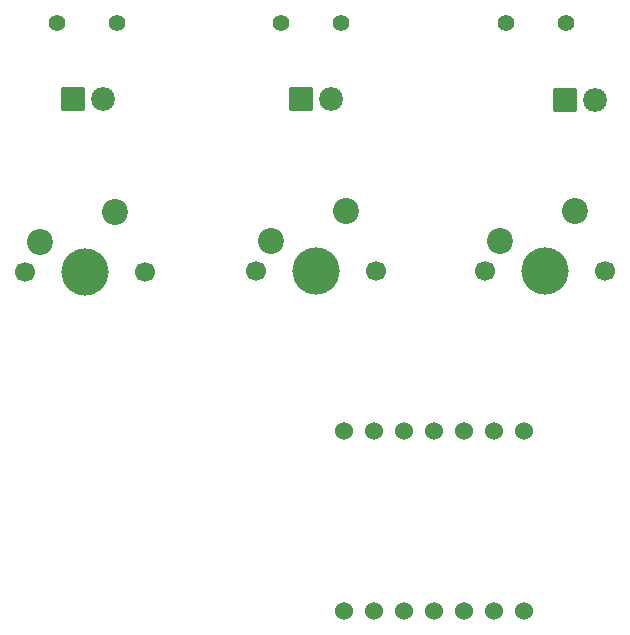
<source format=gbr>
%TF.GenerationSoftware,KiCad,Pcbnew,9.0.5*%
%TF.CreationDate,2025-11-21T19:42:06+02:00*%
%TF.ProjectId,ProtoSwitch,50726f74-6f53-4776-9974-63682e6b6963,rev?*%
%TF.SameCoordinates,Original*%
%TF.FileFunction,Soldermask,Bot*%
%TF.FilePolarity,Negative*%
%FSLAX46Y46*%
G04 Gerber Fmt 4.6, Leading zero omitted, Abs format (unit mm)*
G04 Created by KiCad (PCBNEW 9.0.5) date 2025-11-21 19:42:06*
%MOMM*%
%LPD*%
G01*
G04 APERTURE LIST*
G04 Aperture macros list*
%AMRoundRect*
0 Rectangle with rounded corners*
0 $1 Rounding radius*
0 $2 $3 $4 $5 $6 $7 $8 $9 X,Y pos of 4 corners*
0 Add a 4 corners polygon primitive as box body*
4,1,4,$2,$3,$4,$5,$6,$7,$8,$9,$2,$3,0*
0 Add four circle primitives for the rounded corners*
1,1,$1+$1,$2,$3*
1,1,$1+$1,$4,$5*
1,1,$1+$1,$6,$7*
1,1,$1+$1,$8,$9*
0 Add four rect primitives between the rounded corners*
20,1,$1+$1,$2,$3,$4,$5,0*
20,1,$1+$1,$4,$5,$6,$7,0*
20,1,$1+$1,$6,$7,$8,$9,0*
20,1,$1+$1,$8,$9,$2,$3,0*%
G04 Aperture macros list end*
%ADD10C,1.524000*%
%ADD11C,2.019000*%
%ADD12RoundRect,0.102000X-0.907500X-0.907500X0.907500X-0.907500X0.907500X0.907500X-0.907500X0.907500X0*%
%ADD13C,1.400000*%
%ADD14C,1.700000*%
%ADD15C,4.000000*%
%ADD16C,2.200000*%
G04 APERTURE END LIST*
D10*
%TO.C,U1*%
X170851500Y-87880000D03*
X168311500Y-87880000D03*
X165771500Y-87880000D03*
X163231500Y-87880000D03*
X160691500Y-87880000D03*
X158151500Y-87880000D03*
X155611500Y-87880000D03*
X155611500Y-103120000D03*
X158151500Y-103120000D03*
X160691500Y-103120000D03*
X163231500Y-103120000D03*
X165771500Y-103120000D03*
X168311500Y-103120000D03*
X170851500Y-103120000D03*
%TD*%
D11*
%TO.C,D3*%
X176851500Y-59880000D03*
D12*
X174311500Y-59880000D03*
%TD*%
D13*
%TO.C,R1*%
X136391500Y-53380000D03*
X131311500Y-53380000D03*
%TD*%
D11*
%TO.C,D1*%
X135231500Y-59806500D03*
D12*
X132691500Y-59806500D03*
%TD*%
D14*
%TO.C,SW3*%
X167571500Y-74306500D03*
D15*
X172651500Y-74306500D03*
D14*
X177731500Y-74306500D03*
D16*
X175191500Y-69226500D03*
X168841500Y-71766500D03*
%TD*%
D14*
%TO.C,SW2*%
X148151500Y-74306500D03*
D15*
X153231500Y-74306500D03*
D14*
X158311500Y-74306500D03*
D16*
X155771500Y-69226500D03*
X149421500Y-71766500D03*
%TD*%
D14*
%TO.C,SW1*%
X128611500Y-74386500D03*
D15*
X133691500Y-74386500D03*
D14*
X138771500Y-74386500D03*
D16*
X136231500Y-69306500D03*
X129881500Y-71846500D03*
%TD*%
D13*
%TO.C,R3*%
X169311500Y-53380000D03*
X174391500Y-53380000D03*
%TD*%
%TO.C,R2*%
X150311500Y-53380000D03*
X155391500Y-53380000D03*
%TD*%
D12*
%TO.C,D2*%
X151961500Y-59806500D03*
D11*
X154501500Y-59806500D03*
%TD*%
M02*

</source>
